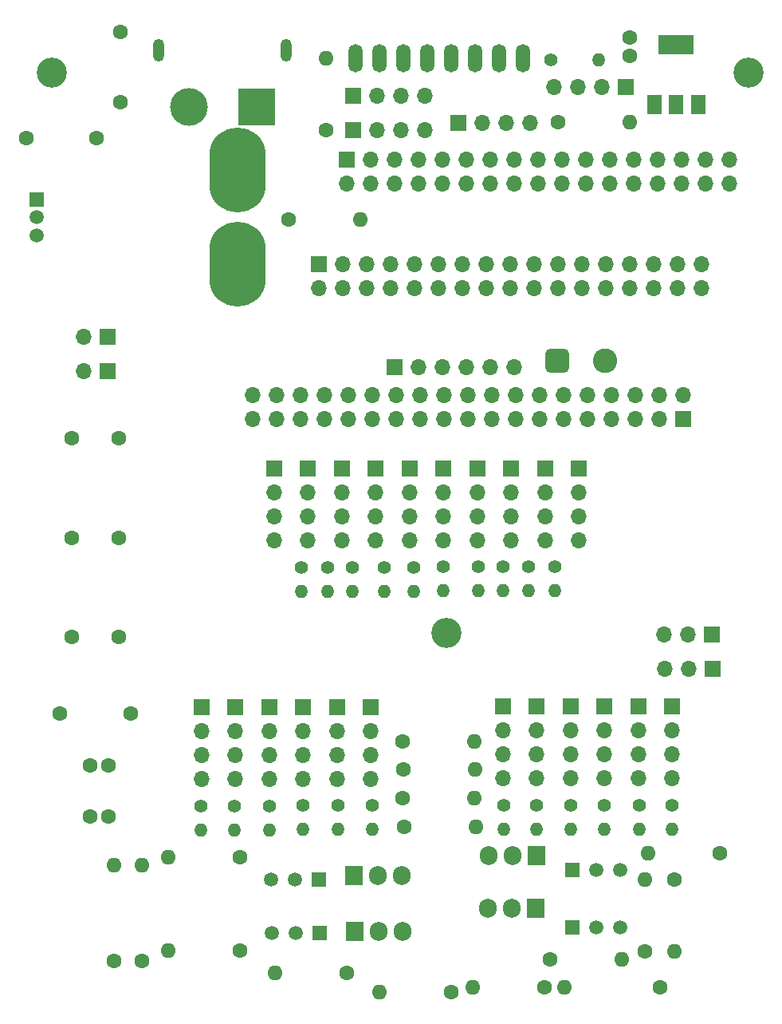
<source format=gbr>
%TF.GenerationSoftware,KiCad,Pcbnew,7.0.2*%
%TF.CreationDate,2023-07-14T13:18:19-03:00*%
%TF.ProjectId,HM_CENTRAL-02,484d5f43-454e-4545-9241-4c2d30322e6b,rev?*%
%TF.SameCoordinates,Original*%
%TF.FileFunction,Soldermask,Bot*%
%TF.FilePolarity,Negative*%
%FSLAX46Y46*%
G04 Gerber Fmt 4.6, Leading zero omitted, Abs format (unit mm)*
G04 Created by KiCad (PCBNEW 7.0.2) date 2023-07-14 13:18:19*
%MOMM*%
%LPD*%
G01*
G04 APERTURE LIST*
G04 Aperture macros list*
%AMRoundRect*
0 Rectangle with rounded corners*
0 $1 Rounding radius*
0 $2 $3 $4 $5 $6 $7 $8 $9 X,Y pos of 4 corners*
0 Add a 4 corners polygon primitive as box body*
4,1,4,$2,$3,$4,$5,$6,$7,$8,$9,$2,$3,0*
0 Add four circle primitives for the rounded corners*
1,1,$1+$1,$2,$3*
1,1,$1+$1,$4,$5*
1,1,$1+$1,$6,$7*
1,1,$1+$1,$8,$9*
0 Add four rect primitives between the rounded corners*
20,1,$1+$1,$2,$3,$4,$5,0*
20,1,$1+$1,$4,$5,$6,$7,0*
20,1,$1+$1,$6,$7,$8,$9,0*
20,1,$1+$1,$8,$9,$2,$3,0*%
%AMHorizOval*
0 Thick line with rounded ends*
0 $1 width*
0 $2 $3 position (X,Y) of the first rounded end (center of the circle)*
0 $4 $5 position (X,Y) of the second rounded end (center of the circle)*
0 Add line between two ends*
20,1,$1,$2,$3,$4,$5,0*
0 Add two circle primitives to create the rounded ends*
1,1,$1,$2,$3*
1,1,$1,$4,$5*%
G04 Aperture macros list end*
%ADD10R,1.905000X2.000000*%
%ADD11O,1.905000X2.000000*%
%ADD12C,1.400000*%
%ADD13O,1.400000X1.400000*%
%ADD14R,1.700000X1.700000*%
%ADD15O,1.700000X1.700000*%
%ADD16C,1.600000*%
%ADD17O,1.600000X1.600000*%
%ADD18O,1.500000X3.000000*%
%ADD19RoundRect,0.650000X-0.650000X-0.650000X0.650000X-0.650000X0.650000X0.650000X-0.650000X0.650000X0*%
%ADD20C,2.600000*%
%ADD21R,1.500000X1.500000*%
%ADD22C,1.500000*%
%ADD23C,3.200000*%
%ADD24HorizOval,0.800000X0.000000X0.000000X0.000000X0.000000X0*%
%ADD25HorizOval,0.800000X0.000000X0.000000X0.000000X0.000000X0*%
%ADD26C,0.800000*%
%ADD27O,6.000000X9.000000*%
%ADD28R,4.000000X4.000000*%
%ADD29C,4.000000*%
%ADD30O,1.200000X2.400000*%
%ADD31R,1.500000X2.000000*%
%ADD32R,3.800000X2.000000*%
G04 APERTURE END LIST*
D10*
%TO.C,Q4*%
X98390000Y-130590000D03*
D11*
X95850000Y-130590000D03*
X93310000Y-130590000D03*
%TD*%
D12*
%TO.C,RM5*%
X73500000Y-94420000D03*
D13*
X73500000Y-96960000D03*
%TD*%
D12*
%TO.C,RM10*%
X77400000Y-119710000D03*
D13*
X77400000Y-122250000D03*
%TD*%
D14*
%TO.C,M18*%
X88600000Y-83960000D03*
D15*
X88600000Y-86500000D03*
X88600000Y-89040000D03*
X88600000Y-91580000D03*
%TD*%
D16*
%TO.C,R7*%
X56600000Y-136200000D03*
D17*
X56600000Y-126040000D03*
%TD*%
D16*
%TO.C,R2*%
X89400000Y-139500000D03*
D17*
X81780000Y-139500000D03*
%TD*%
D14*
%TO.C,M3*%
X77800000Y-83920000D03*
D15*
X77800000Y-86460000D03*
X77800000Y-89000000D03*
X77800000Y-91540000D03*
%TD*%
D16*
%TO.C,C7*%
X108420000Y-38200000D03*
X108420000Y-40200000D03*
%TD*%
D14*
%TO.C,J6*%
X117180000Y-105200000D03*
D15*
X114640000Y-105200000D03*
X112100000Y-105200000D03*
%TD*%
D12*
%TO.C,RM21*%
X97600000Y-94380000D03*
D13*
X97600000Y-96920000D03*
%TD*%
D12*
%TO.C,RM14*%
X95000000Y-119680000D03*
D13*
X95000000Y-122220000D03*
%TD*%
D16*
%TO.C,R4*%
X99890000Y-136000000D03*
D17*
X107510000Y-136000000D03*
%TD*%
D14*
%TO.C,M19*%
X92200000Y-83960000D03*
D15*
X92200000Y-86500000D03*
X92200000Y-89040000D03*
X92200000Y-91580000D03*
%TD*%
D18*
%TO.C,U3*%
X94530000Y-40440000D03*
X81830000Y-40440000D03*
X97070000Y-40440000D03*
X84370000Y-40440000D03*
X86910000Y-40440000D03*
X79290000Y-40440000D03*
X89450000Y-40440000D03*
X91990000Y-40440000D03*
%TD*%
D19*
%TO.C,J7*%
X100660000Y-72500000D03*
D20*
X105740000Y-72500000D03*
%TD*%
D14*
%TO.C,M23*%
X107920000Y-43490000D03*
D15*
X105380000Y-43490000D03*
X102840000Y-43490000D03*
X100300000Y-43490000D03*
%TD*%
D14*
%TO.C,J5*%
X117140000Y-101600000D03*
D15*
X114600000Y-101600000D03*
X112060000Y-101600000D03*
%TD*%
D16*
%TO.C,C9*%
X51770000Y-48940000D03*
X44270000Y-48940000D03*
%TD*%
%TO.C,R5*%
X111560000Y-139000000D03*
D17*
X101400000Y-139000000D03*
%TD*%
D10*
%TO.C,Q8*%
X98450000Y-125005000D03*
D11*
X95910000Y-125005000D03*
X93370000Y-125005000D03*
%TD*%
D21*
%TO.C,Q7*%
X102270000Y-126570000D03*
D22*
X104810000Y-126570000D03*
X107350000Y-126570000D03*
%TD*%
D14*
%TO.C,M4*%
X74200000Y-83920000D03*
D15*
X74200000Y-86460000D03*
X74200000Y-89000000D03*
X74200000Y-91540000D03*
%TD*%
D16*
%TO.C,C8*%
X54270000Y-37630000D03*
X54270000Y-45130000D03*
%TD*%
%TO.C,R35*%
X113100000Y-127590000D03*
D17*
X113100000Y-135210000D03*
%TD*%
D14*
%TO.C,J9*%
X78990000Y-48040000D03*
D15*
X81530000Y-48040000D03*
X84070000Y-48040000D03*
X86610000Y-48040000D03*
%TD*%
D16*
%TO.C,R3*%
X66942500Y-135100000D03*
D17*
X59322500Y-135100000D03*
%TD*%
D12*
%TO.C,RM23*%
X99970000Y-40570000D03*
D13*
X105050000Y-40570000D03*
%TD*%
D14*
%TO.C,M12*%
X94900000Y-109160000D03*
D15*
X94900000Y-111700000D03*
X94900000Y-114240000D03*
X94900000Y-116780000D03*
%TD*%
D16*
%TO.C,C1*%
X55355000Y-109920000D03*
X47855000Y-109920000D03*
%TD*%
D12*
%TO.C,RM7*%
X66400000Y-119760000D03*
D13*
X66400000Y-122300000D03*
%TD*%
D14*
%TO.C,J4*%
X78280000Y-51210000D03*
D15*
X78280000Y-53750000D03*
X80820000Y-51210000D03*
X80820000Y-53750000D03*
X83360000Y-51210000D03*
X83360000Y-53750000D03*
X85900000Y-51210000D03*
X85900000Y-53750000D03*
X88440000Y-51210000D03*
X88440000Y-53750000D03*
X90980000Y-51210000D03*
X90980000Y-53750000D03*
X93520000Y-51210000D03*
X93520000Y-53750000D03*
X96060000Y-51210000D03*
X96060000Y-53750000D03*
X98600000Y-51210000D03*
X98600000Y-53750000D03*
X101140000Y-51210000D03*
X101140000Y-53750000D03*
X103680000Y-51210000D03*
X103680000Y-53750000D03*
X106220000Y-51210000D03*
X106220000Y-53750000D03*
X108760000Y-51210000D03*
X108760000Y-53750000D03*
X111300000Y-51210000D03*
X111300000Y-53750000D03*
X113840000Y-51210000D03*
X113840000Y-53750000D03*
X116380000Y-51210000D03*
X116380000Y-53750000D03*
X118920000Y-51210000D03*
X118920000Y-53750000D03*
%TD*%
D14*
%TO.C,M8*%
X70100000Y-109260000D03*
D15*
X70100000Y-111800000D03*
X70100000Y-114340000D03*
X70100000Y-116880000D03*
%TD*%
D10*
%TO.C,Q6*%
X79120000Y-127100000D03*
D11*
X81660000Y-127100000D03*
X84200000Y-127100000D03*
%TD*%
D12*
%TO.C,RM17*%
X112900000Y-119680000D03*
D13*
X112900000Y-122220000D03*
%TD*%
D23*
%TO.C,H1*%
X47000000Y-42000000D03*
%TD*%
D12*
%TO.C,RM15*%
X105700000Y-119680000D03*
D13*
X105700000Y-122220000D03*
%TD*%
D12*
%TO.C,RM18*%
X88600000Y-94400000D03*
D13*
X88600000Y-96940000D03*
%TD*%
D12*
%TO.C,RM1*%
X85400000Y-94420000D03*
D13*
X85400000Y-96960000D03*
%TD*%
D12*
%TO.C,RM4*%
X76300000Y-94420000D03*
D13*
X76300000Y-96960000D03*
%TD*%
D14*
%TO.C,J10*%
X90190000Y-47330000D03*
D15*
X92730000Y-47330000D03*
X95270000Y-47330000D03*
X97810000Y-47330000D03*
%TD*%
D21*
%TO.C,U1*%
X45355000Y-55400000D03*
D22*
X45355000Y-57310000D03*
X45355000Y-59220000D03*
D24*
X67385000Y-58360000D03*
D25*
X66125000Y-58360000D03*
D26*
X68415000Y-59110000D03*
X65095000Y-59110000D03*
X68805000Y-60310000D03*
X64705000Y-60310000D03*
X68805000Y-61640000D03*
X64705000Y-61640000D03*
D27*
X66755000Y-62310000D03*
D26*
X68805000Y-62980000D03*
X64705000Y-62980000D03*
X68805000Y-64310000D03*
X64705000Y-64310000D03*
X68415000Y-65510000D03*
X65095000Y-65510000D03*
X67385000Y-66260000D03*
X66125000Y-66260000D03*
X67385000Y-48360000D03*
X66125000Y-48360000D03*
X68415000Y-49110000D03*
X65095000Y-49110000D03*
X68805000Y-50310000D03*
X64705000Y-50310000D03*
X68805000Y-51640000D03*
X64705000Y-51640000D03*
D27*
X66755000Y-52310000D03*
D26*
X68805000Y-52980000D03*
X64705000Y-52980000D03*
X68805000Y-54310000D03*
X64705000Y-54310000D03*
X68415000Y-55510000D03*
X65095000Y-55510000D03*
D25*
X67385000Y-56260000D03*
D24*
X66125000Y-56260000D03*
%TD*%
D16*
%TO.C,R17*%
X72100000Y-57520000D03*
D17*
X79720000Y-57520000D03*
%TD*%
D14*
%TO.C,M17*%
X112900000Y-109160000D03*
D15*
X112900000Y-111700000D03*
X112900000Y-114240000D03*
X112900000Y-116780000D03*
%TD*%
D23*
%TO.C,H2*%
X121000000Y-42000000D03*
%TD*%
D14*
%TO.C,M11*%
X80900000Y-109240000D03*
D15*
X80900000Y-111780000D03*
X80900000Y-114320000D03*
X80900000Y-116860000D03*
%TD*%
D10*
%TO.C,Q2*%
X79160000Y-133045000D03*
D11*
X81700000Y-133045000D03*
X84240000Y-133045000D03*
%TD*%
D16*
%TO.C,C6*%
X54105000Y-101820000D03*
X49105000Y-101820000D03*
%TD*%
%TO.C,C2*%
X53020000Y-115440000D03*
X51020000Y-115440000D03*
%TD*%
D14*
%TO.C,M9*%
X73700000Y-109260000D03*
D15*
X73700000Y-111800000D03*
X73700000Y-114340000D03*
X73700000Y-116880000D03*
%TD*%
D12*
%TO.C,RM11*%
X73700000Y-119680000D03*
D13*
X73700000Y-122220000D03*
%TD*%
D16*
%TO.C,R39*%
X100720000Y-47230000D03*
D17*
X108340000Y-47230000D03*
%TD*%
D14*
%TO.C,M13*%
X98500000Y-109160000D03*
D15*
X98500000Y-111700000D03*
X98500000Y-114240000D03*
X98500000Y-116780000D03*
%TD*%
D14*
%TO.C,M20*%
X95800000Y-83960000D03*
D15*
X95800000Y-86500000D03*
X95800000Y-89040000D03*
X95800000Y-91580000D03*
%TD*%
D14*
%TO.C,M15*%
X105700000Y-109160000D03*
D15*
X105700000Y-111700000D03*
X105700000Y-114240000D03*
X105700000Y-116780000D03*
%TD*%
D21*
%TO.C,Q5*%
X75340000Y-127540000D03*
D22*
X72800000Y-127540000D03*
X70260000Y-127540000D03*
%TD*%
D14*
%TO.C,M1*%
X85000000Y-83920000D03*
D15*
X85000000Y-86460000D03*
X85000000Y-89000000D03*
X85000000Y-91540000D03*
%TD*%
D12*
%TO.C,RM20*%
X94900000Y-94400000D03*
D13*
X94900000Y-96940000D03*
%TD*%
D14*
%TO.C,M5*%
X70600000Y-83920000D03*
D15*
X70600000Y-86460000D03*
X70600000Y-89000000D03*
X70600000Y-91540000D03*
%TD*%
D14*
%TO.C,J3*%
X75380000Y-62270000D03*
D15*
X75380000Y-64810000D03*
X77920000Y-62270000D03*
X77920000Y-64810000D03*
X80460000Y-62270000D03*
X80460000Y-64810000D03*
X83000000Y-62270000D03*
X83000000Y-64810000D03*
X85540000Y-62270000D03*
X85540000Y-64810000D03*
X88080000Y-62270000D03*
X88080000Y-64810000D03*
X90620000Y-62270000D03*
X90620000Y-64810000D03*
X93160000Y-62270000D03*
X93160000Y-64810000D03*
X95700000Y-62270000D03*
X95700000Y-64810000D03*
X98240000Y-62270000D03*
X98240000Y-64810000D03*
X100780000Y-62270000D03*
X100780000Y-64810000D03*
X103320000Y-62270000D03*
X103320000Y-64810000D03*
X105860000Y-62270000D03*
X105860000Y-64810000D03*
X108400000Y-62270000D03*
X108400000Y-64810000D03*
X110940000Y-62270000D03*
X110940000Y-64810000D03*
X113480000Y-62270000D03*
X113480000Y-64810000D03*
X116020000Y-62270000D03*
X116020000Y-64810000D03*
%TD*%
D12*
%TO.C,RM16*%
X109400000Y-119680000D03*
D13*
X109400000Y-122220000D03*
%TD*%
D21*
%TO.C,Q3*%
X102310000Y-132610000D03*
D22*
X104850000Y-132610000D03*
X107390000Y-132610000D03*
%TD*%
D12*
%TO.C,RM12*%
X102100000Y-119660000D03*
D13*
X102100000Y-122200000D03*
%TD*%
D14*
%TO.C,M16*%
X109300000Y-109160000D03*
D15*
X109300000Y-111700000D03*
X109300000Y-114240000D03*
X109300000Y-116780000D03*
%TD*%
D14*
%TO.C,M6*%
X62900000Y-109260000D03*
D15*
X62900000Y-111800000D03*
X62900000Y-114340000D03*
X62900000Y-116880000D03*
%TD*%
D21*
%TO.C,Q1*%
X75440000Y-133240000D03*
D22*
X72900000Y-133240000D03*
X70360000Y-133240000D03*
%TD*%
D12*
%TO.C,RM19*%
X92300000Y-94400000D03*
D13*
X92300000Y-96940000D03*
%TD*%
D14*
%TO.C,M7*%
X66500000Y-109260000D03*
D15*
X66500000Y-111800000D03*
X66500000Y-114340000D03*
X66500000Y-116880000D03*
%TD*%
D14*
%TO.C,M21*%
X99400000Y-83960000D03*
D15*
X99400000Y-86500000D03*
X99400000Y-89040000D03*
X99400000Y-91580000D03*
%TD*%
D16*
%TO.C,R9*%
X67010000Y-125200000D03*
D17*
X59390000Y-125200000D03*
%TD*%
D16*
%TO.C,C5*%
X54105000Y-91320000D03*
X49105000Y-91320000D03*
%TD*%
D12*
%TO.C,RM2*%
X82300000Y-94420000D03*
D13*
X82300000Y-96960000D03*
%TD*%
D14*
%TO.C,M24*%
X52880000Y-73620000D03*
D15*
X50340000Y-73620000D03*
%TD*%
D12*
%TO.C,RM3*%
X78900000Y-94420000D03*
D13*
X78900000Y-96960000D03*
%TD*%
D16*
%TO.C,R16*%
X84290000Y-118900000D03*
D17*
X91910000Y-118900000D03*
%TD*%
D14*
%TO.C,M25*%
X52880000Y-70020000D03*
D15*
X50340000Y-70020000D03*
%TD*%
D14*
%TO.C,J2*%
X114080000Y-78740000D03*
D15*
X114080000Y-76200000D03*
X111540000Y-78740000D03*
X111540000Y-76200000D03*
X109000000Y-78740000D03*
X109000000Y-76200000D03*
X106460000Y-78740000D03*
X106460000Y-76200000D03*
X103920000Y-78740000D03*
X103920000Y-76200000D03*
X101380000Y-78740000D03*
X101380000Y-76200000D03*
X98840000Y-78740000D03*
X98840000Y-76200000D03*
X96300000Y-78740000D03*
X96300000Y-76200000D03*
X93760000Y-78740000D03*
X93760000Y-76200000D03*
X91220000Y-78740000D03*
X91220000Y-76200000D03*
X88680000Y-78740000D03*
X88680000Y-76200000D03*
X86140000Y-78740000D03*
X86140000Y-76200000D03*
X83600000Y-78740000D03*
X83600000Y-76200000D03*
X81060000Y-78740000D03*
X81060000Y-76200000D03*
X78520000Y-78740000D03*
X78520000Y-76200000D03*
X75980000Y-78740000D03*
X75980000Y-76200000D03*
X73440000Y-78740000D03*
X73440000Y-76200000D03*
X70900000Y-78740000D03*
X70900000Y-76200000D03*
X68360000Y-78740000D03*
X68360000Y-76200000D03*
%TD*%
D12*
%TO.C,RM22*%
X100400000Y-94380000D03*
D13*
X100400000Y-96920000D03*
%TD*%
D14*
%TO.C,J8*%
X79010000Y-44440000D03*
D15*
X81550000Y-44440000D03*
X84090000Y-44440000D03*
X86630000Y-44440000D03*
%TD*%
D16*
%TO.C,C3*%
X53020000Y-120910000D03*
X51020000Y-120910000D03*
%TD*%
%TO.C,C4*%
X54105000Y-80720000D03*
X49105000Y-80720000D03*
%TD*%
%TO.C,R34*%
X117910000Y-124800000D03*
D17*
X110290000Y-124800000D03*
%TD*%
D14*
%TO.C,M22*%
X103000000Y-83980000D03*
D15*
X103000000Y-86520000D03*
X103000000Y-89060000D03*
X103000000Y-91600000D03*
%TD*%
D28*
%TO.C,J1*%
X68720000Y-45615750D03*
D29*
X61520000Y-45615750D03*
D30*
X71870000Y-39615750D03*
X58370000Y-39615750D03*
%TD*%
D12*
%TO.C,RM9*%
X81000000Y-119680000D03*
D13*
X81000000Y-122220000D03*
%TD*%
D14*
%TO.C,M14*%
X102100000Y-109160000D03*
D15*
X102100000Y-111700000D03*
X102100000Y-114240000D03*
X102100000Y-116780000D03*
%TD*%
D16*
%TO.C,R38*%
X76120000Y-48100000D03*
D17*
X76120000Y-40480000D03*
%TD*%
D16*
%TO.C,R1*%
X78310000Y-137500000D03*
D17*
X70690000Y-137500000D03*
%TD*%
D16*
%TO.C,R13*%
X84390000Y-122000000D03*
D17*
X92010000Y-122000000D03*
%TD*%
D16*
%TO.C,R8*%
X53600000Y-136200000D03*
D17*
X53600000Y-126040000D03*
%TD*%
D12*
%TO.C,RM13*%
X98500000Y-119660000D03*
D13*
X98500000Y-122200000D03*
%TD*%
D16*
%TO.C,R11*%
X84290000Y-112880000D03*
D17*
X91910000Y-112880000D03*
%TD*%
D16*
%TO.C,R6*%
X99310000Y-139000000D03*
D17*
X91690000Y-139000000D03*
%TD*%
D16*
%TO.C,R10*%
X110000000Y-135210000D03*
D17*
X110000000Y-127590000D03*
%TD*%
D23*
%TO.C,H3*%
X88900000Y-101400000D03*
%TD*%
D16*
%TO.C,R12*%
X84300000Y-115880000D03*
D17*
X91920000Y-115880000D03*
%TD*%
D14*
%TO.C,M2*%
X81400000Y-83920000D03*
D15*
X81400000Y-86460000D03*
X81400000Y-89000000D03*
X81400000Y-91540000D03*
%TD*%
D12*
%TO.C,RM8*%
X70100000Y-119760000D03*
D13*
X70100000Y-122300000D03*
%TD*%
D12*
%TO.C,RM6*%
X62800000Y-119760000D03*
D13*
X62800000Y-122300000D03*
%TD*%
D14*
%TO.C,M10*%
X77300000Y-109260000D03*
D15*
X77300000Y-111800000D03*
X77300000Y-114340000D03*
X77300000Y-116880000D03*
%TD*%
D31*
%TO.C,U2*%
X115630000Y-45320000D03*
X113330000Y-45320000D03*
D32*
X113330000Y-39020000D03*
D31*
X111030000Y-45320000D03*
%TD*%
D14*
%TO.C,J13*%
X83410000Y-73220000D03*
D15*
X85950000Y-73220000D03*
X88490000Y-73220000D03*
X91030000Y-73220000D03*
X93570000Y-73220000D03*
X96110000Y-73220000D03*
%TD*%
M02*

</source>
